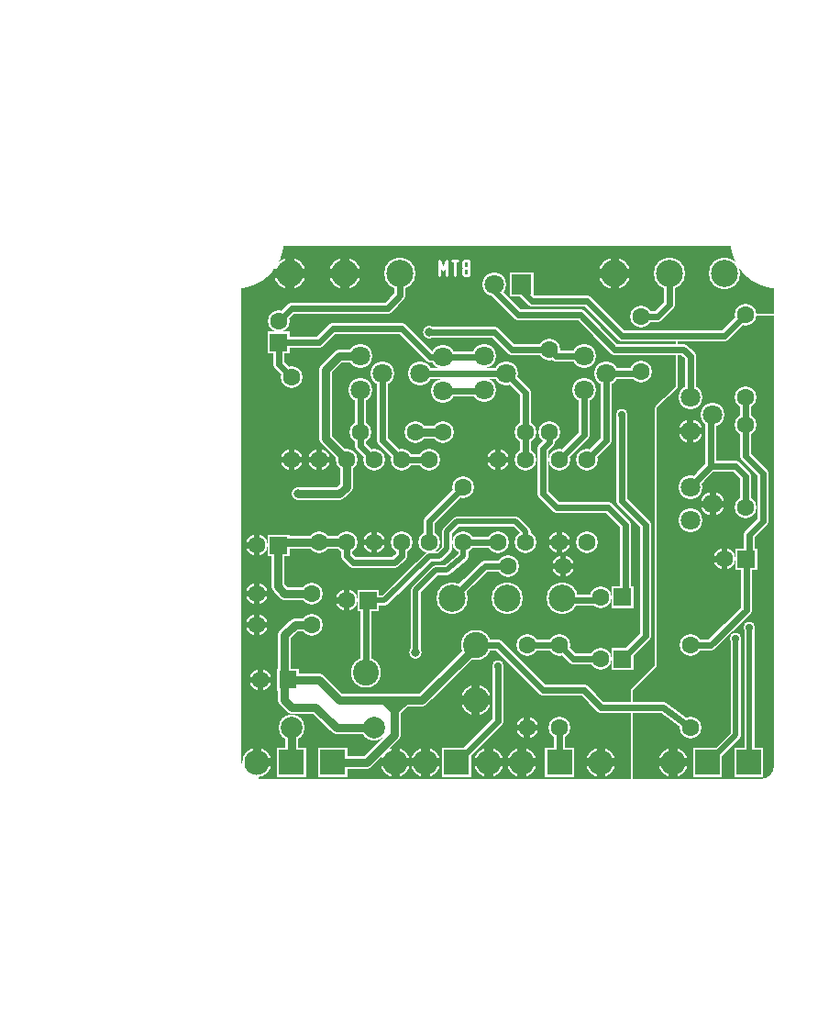
<source format=gbl>
%FSLAX34Y34*%
%MOMM*%
%LNCOPPER_BOTTOM*%
G71*
G01*
%ADD10C, 2.700*%
%ADD11C, 2.000*%
%ADD12C, 0.800*%
%ADD13C, 0.238*%
%ADD14C, 0.150*%
%ADD15C, 0.600*%
%ADD16C, 2.900*%
%ADD17C, 2.200*%
%ADD18C, 2.400*%
%ADD19C, 1.200*%
%ADD20C, 1.000*%
%ADD21C, 1.200*%
%ADD22C, 2.800*%
%ADD23C, 1.100*%
%ADD24C, 0.900*%
%ADD25C, 0.200*%
%ADD26C, 0.767*%
%ADD27C, 0.533*%
%ADD28C, 0.833*%
%ADD29C, 2.300*%
%ADD30C, 1.600*%
%ADD31C, 2.500*%
%ADD32C, 1.800*%
%ADD33C, 2.000*%
%ADD34C, 0.800*%
%ADD35C, 2.400*%
%ADD36C, 0.700*%
%ADD37C, 0.500*%
%LPD*%
G36*
X-200000Y700000D02*
X529000Y700000D01*
X529000Y-200000D01*
X-200000Y-200000D01*
X-200000Y700000D01*
G37*
%LPC*%
X19050Y19050D02*
G54D10*
D03*
G36*
X37300Y32550D02*
X64300Y32550D01*
X64300Y5550D01*
X37300Y5550D01*
X37300Y32550D01*
G37*
X174625Y19050D02*
G54D10*
D03*
G36*
X189700Y32550D02*
X216700Y32550D01*
X216700Y5550D01*
X189700Y5550D01*
X189700Y32550D01*
G37*
X22225Y95250D02*
G54D11*
D03*
G36*
X37625Y105250D02*
X57625Y105250D01*
X57625Y85250D01*
X37625Y85250D01*
X37625Y105250D01*
G37*
G36*
X284950Y32550D02*
X311950Y32550D01*
X311950Y5550D01*
X284950Y5550D01*
X284950Y32550D01*
G37*
X19050Y146050D02*
G54D11*
D03*
X69850Y146050D02*
G54D11*
D03*
G36*
X459575Y32550D02*
X486575Y32550D01*
X486575Y5550D01*
X459575Y5550D01*
X459575Y32550D01*
G37*
X19050Y219075D02*
G54D11*
D03*
G36*
X29050Y229074D02*
X49050Y229074D01*
X49050Y209074D01*
X29050Y209074D01*
X29050Y229074D01*
G37*
G54D12*
X40000Y500000D02*
X460000Y500000D01*
G54D12*
G75*
G01X460000Y500000D02*
G03X500000Y460000I40000J0D01*
G01*
G54D12*
G75*
G01X485000Y0D02*
G03X500000Y15000I0J15000D01*
G01*
G54D12*
X0Y460000D02*
X0Y15000D01*
G54D12*
G75*
G01X0Y15000D02*
G03X15000Y0I15000J0D01*
G01*
G54D12*
X485000Y0D02*
X15000Y0D01*
G54D12*
G75*
G01X0Y460000D02*
G03X40000Y500000I0J40000D01*
G01*
G54D12*
X500000Y15000D02*
X500000Y460000D01*
G54D13*
X214388Y468372D02*
X214388Y481706D01*
X211055Y481706D01*
X209721Y480872D01*
X209055Y479206D01*
X209055Y477539D01*
X209721Y475872D01*
X211055Y475039D01*
X209721Y474206D01*
X209055Y472539D01*
X209055Y470872D01*
X209721Y469206D01*
X211055Y468372D01*
X214388Y468372D01*
G54D13*
X214388Y475039D02*
X211055Y475039D01*
G54D13*
X201721Y468372D02*
X201721Y481706D01*
G54D13*
X204388Y481706D02*
X199055Y481706D01*
G54D13*
X194388Y468372D02*
X194388Y481706D01*
X191055Y473372D01*
X187721Y481706D01*
X187721Y468372D01*
G36*
X17500Y17500D02*
X2500Y17500D01*
X0Y15000D01*
X15000Y0D01*
X20000Y0D01*
X20000Y15000D01*
X17500Y17500D01*
G37*
G54D14*
X17500Y17500D02*
X2500Y17500D01*
X0Y15000D01*
X15000Y0D01*
X20000Y0D01*
X20000Y15000D01*
X17500Y17500D01*
G36*
X75400Y32550D02*
X102400Y32550D01*
X102400Y5550D01*
X75400Y5550D01*
X75400Y32550D01*
G37*
G36*
X0Y-200000D02*
X-200000Y-200000D01*
X-200000Y700000D01*
X0Y700000D01*
X0Y-200000D01*
G37*
G54D15*
X0Y-200000D02*
X-200000Y-200000D01*
X-200000Y700000D01*
X0Y700000D01*
X0Y-200000D01*
G36*
X-200000Y700000D02*
X700000Y700000D01*
X700000Y502500D01*
X-200000Y502500D01*
X-200000Y700000D01*
G37*
G54D15*
X-200000Y700000D02*
X700000Y700000D01*
X700000Y502500D01*
X-200000Y502500D01*
X-200000Y700000D01*
G36*
X700000Y700000D02*
X700000Y-202500D01*
X500000Y-200000D01*
X500000Y697500D01*
X700000Y700000D01*
G37*
G54D15*
X700000Y700000D02*
X700000Y-202500D01*
X500000Y-200000D01*
X500000Y697500D01*
X700000Y700000D01*
G36*
X677500Y0D02*
X-200000Y0D01*
X-200000Y-200000D01*
X677500Y-200000D01*
X677500Y0D01*
G37*
G54D15*
X677500Y0D02*
X-200000Y0D01*
X-200000Y-200000D01*
X677500Y-200000D01*
X677500Y0D01*
G36*
X37500Y507500D02*
X37500Y485000D01*
X15000Y465000D01*
X-2500Y460000D01*
X-5000Y462500D01*
X-5000Y505000D01*
X37500Y507500D01*
G37*
G54D15*
X37500Y507500D02*
X37500Y485000D01*
X15000Y465000D01*
X-2500Y460000D01*
X-5000Y462500D01*
X-5000Y505000D01*
X37500Y507500D01*
G36*
X465000Y500000D02*
X465000Y485000D01*
X485000Y465000D01*
X502500Y465000D01*
X502500Y497500D01*
X495000Y505000D01*
X465000Y500000D01*
G37*
G54D15*
X465000Y500000D02*
X465000Y485000D01*
X485000Y465000D01*
X502500Y465000D01*
X502500Y497500D01*
X495000Y505000D01*
X465000Y500000D01*
X451000Y470000D02*
G54D16*
D03*
X400200Y470000D02*
G54D16*
D03*
X349400Y470000D02*
G54D16*
D03*
X150962Y470000D02*
G54D16*
D03*
X100162Y470000D02*
G54D16*
D03*
X49362Y470000D02*
G54D16*
D03*
X301000Y169962D02*
G54D16*
D03*
X250200Y169963D02*
G54D16*
D03*
X199400Y169962D02*
G54D16*
D03*
X190500Y361950D02*
G54D17*
D03*
X190500Y392906D02*
G54D17*
D03*
X169862Y377825D02*
G54D17*
D03*
X127000Y50800D02*
G54D18*
D03*
X50800Y50800D02*
G54D18*
D03*
G54D19*
X50800Y50800D02*
X50800Y19050D01*
G54D19*
X44450Y95250D02*
X44450Y136525D01*
X53975Y146050D01*
X69850Y146050D01*
G54D19*
X44450Y95250D02*
X76200Y95250D01*
X95250Y76200D01*
X146050Y76200D01*
X146050Y44450D01*
X120650Y19050D01*
X89925Y19050D01*
X88375Y17500D01*
X147002Y19050D02*
G54D10*
D03*
X190500Y323850D02*
G54D11*
D03*
X266700Y323850D02*
G54D11*
D03*
X19050Y174625D02*
G54D11*
D03*
X69850Y174625D02*
G54D11*
D03*
G54D19*
X69850Y174625D02*
X44450Y174625D01*
X38100Y180975D01*
X38100Y218124D01*
X39050Y219074D01*
G54D19*
X127000Y50800D02*
X92075Y50800D01*
X73025Y69850D01*
X50800Y69850D01*
X44450Y76200D01*
X44450Y95250D01*
X228600Y393700D02*
G54D17*
D03*
X228600Y362744D02*
G54D17*
D03*
X249237Y377825D02*
G54D17*
D03*
G54D20*
X190500Y361950D02*
X227806Y361950D01*
X228600Y362744D01*
G54D20*
X169862Y377825D02*
X249237Y377825D01*
G54D20*
X190500Y392906D02*
X227806Y392906D01*
X228600Y393700D01*
X76200Y298450D02*
G54D11*
D03*
X76200Y222250D02*
G54D11*
D03*
X101600Y298450D02*
G54D11*
D03*
X101600Y222250D02*
G54D11*
D03*
X152400Y298450D02*
G54D11*
D03*
X152400Y222250D02*
G54D11*
D03*
X177800Y298450D02*
G54D11*
D03*
X177800Y222250D02*
G54D11*
D03*
X241300Y298450D02*
G54D11*
D03*
X241300Y222250D02*
G54D11*
D03*
X114300Y393700D02*
G54D17*
D03*
X114300Y362744D02*
G54D17*
D03*
X134938Y377825D02*
G54D17*
D03*
X114300Y323850D02*
G54D11*
D03*
X165100Y323850D02*
G54D11*
D03*
G54D19*
X95250Y222250D02*
X69850Y222250D01*
X42226Y222250D01*
X39050Y219074D01*
X127000Y298450D02*
G54D11*
D03*
X127000Y222250D02*
G54D11*
D03*
G54D20*
X152400Y222250D02*
X152400Y209550D01*
X146050Y203200D01*
X107950Y203200D01*
X101600Y209550D01*
X101600Y222250D01*
X57150Y266700D02*
G54D21*
D03*
G54D19*
X101600Y298450D02*
X101600Y273050D01*
X95250Y266700D01*
X57150Y266700D01*
G54D19*
X101600Y298450D02*
X82550Y317500D01*
X82550Y381000D01*
X95250Y393700D01*
X114300Y393700D01*
G54D20*
X114300Y362744D02*
X114300Y323850D01*
X114300Y311150D01*
X127000Y298450D01*
G54D20*
X134938Y377825D02*
X134938Y315912D01*
X152400Y298450D01*
G54D20*
X152400Y298450D02*
X177800Y298450D01*
X50800Y374650D02*
G54D11*
D03*
X50800Y298450D02*
G54D11*
D03*
X39050Y426400D02*
G54D11*
D03*
G36*
X49050Y416400D02*
X49050Y396400D01*
X29050Y396400D01*
X29050Y416400D01*
X49050Y416400D01*
G37*
G54D20*
X39050Y409574D02*
X39050Y386400D01*
X50800Y374650D01*
G54D20*
X190500Y392906D02*
X178594Y392906D01*
X152400Y419100D01*
X88900Y419100D01*
X76200Y406400D01*
G54D20*
X76200Y406400D02*
X39050Y406400D01*
G54D19*
X190500Y323850D02*
X165100Y323850D01*
G54D20*
X266700Y323850D02*
X266700Y360362D01*
X249237Y377825D01*
X220819Y76446D02*
G54D22*
D03*
X220819Y127246D02*
G54D22*
D03*
X119219Y101846D02*
G54D22*
D03*
G54D19*
X220819Y127246D02*
X220819Y125569D01*
X171450Y76200D01*
X146050Y76200D01*
X266700Y298450D02*
G54D11*
D03*
X266700Y222250D02*
G54D11*
D03*
G54D20*
X266700Y323850D02*
X266700Y298450D01*
X101600Y168275D02*
G54D11*
D03*
G36*
X111600Y178274D02*
X131600Y178274D01*
X131600Y158274D01*
X111600Y158274D01*
X111600Y178274D01*
G37*
G54D20*
X119219Y101846D02*
X119219Y165894D01*
X121600Y168274D01*
X209550Y273050D02*
G54D11*
D03*
X209550Y222250D02*
G54D11*
D03*
X320675Y393700D02*
G54D17*
D03*
X320675Y362744D02*
G54D17*
D03*
X341312Y377825D02*
G54D17*
D03*
G54D20*
X209550Y273050D02*
X209550Y273050D01*
X177800Y241300D01*
X177800Y222250D01*
G54D20*
X241300Y222250D02*
X209550Y222250D01*
X165100Y120650D02*
G54D21*
D03*
X241300Y107950D02*
G54D23*
D03*
G54D24*
X209550Y222250D02*
X209550Y209550D01*
X193675Y196850D01*
X184150Y196850D01*
X165100Y177800D01*
X165100Y120650D01*
G54D24*
X266700Y222250D02*
X266700Y231850D01*
X257200Y241350D01*
X203250Y241350D01*
X193675Y231775D01*
X193675Y215900D01*
X187325Y209550D01*
X177800Y209550D01*
X136525Y168275D01*
X121600Y168274D01*
X288856Y399970D02*
G54D11*
D03*
X288856Y323770D02*
G54D11*
D03*
G54D20*
X320675Y393700D02*
X295126Y393700D01*
X288856Y399970D01*
X336550Y171450D02*
G54D11*
D03*
G36*
X346550Y181450D02*
X366550Y181450D01*
X366550Y161450D01*
X346550Y161450D01*
X346550Y181450D01*
G37*
X250825Y200025D02*
G54D11*
D03*
X301625Y200025D02*
G54D11*
D03*
X177800Y415925D02*
G54D21*
D03*
G54D20*
X177800Y415925D02*
X238125Y415925D01*
X254000Y400050D01*
X288776Y400050D01*
X288856Y399970D01*
X298450Y298450D02*
G54D11*
D03*
X298450Y222250D02*
G54D11*
D03*
X323850Y298450D02*
G54D11*
D03*
X323850Y222250D02*
G54D11*
D03*
G54D20*
X320675Y362744D02*
X320675Y320675D01*
X298450Y298450D01*
G54D20*
X250825Y200025D02*
X229462Y200025D01*
X199400Y169962D01*
G54D20*
X339725Y168275D02*
X302687Y168275D01*
X301000Y169962D01*
G54D20*
X288856Y323770D02*
X288856Y314256D01*
X282575Y307975D01*
X282575Y266700D01*
X295275Y254000D01*
X342900Y254000D01*
X358775Y238125D01*
X358775Y169225D01*
G54D20*
X341312Y377825D02*
X341312Y315912D01*
X323850Y298450D01*
G54D20*
X241300Y107950D02*
X241300Y57150D01*
X203200Y19050D01*
X373504Y430396D02*
G54D11*
D03*
X373504Y379596D02*
G54D11*
D03*
G54D20*
X341312Y377825D02*
X371732Y377825D01*
X373504Y379596D01*
G54D20*
X373504Y430396D02*
X389121Y430396D01*
X400050Y441325D01*
X400050Y469850D01*
X400200Y470000D01*
X336550Y114300D02*
G54D11*
D03*
G36*
X346550Y124300D02*
X366550Y124300D01*
X366550Y104300D01*
X346550Y104300D01*
X346550Y124300D01*
G37*
X355600Y339725D02*
G54D23*
D03*
X268288Y127000D02*
G54D11*
D03*
X268288Y50800D02*
G54D11*
D03*
X298450Y127000D02*
G54D11*
D03*
X298450Y50800D02*
G54D11*
D03*
G54D20*
X336550Y114300D02*
X311150Y114300D01*
X298450Y127000D01*
X268288Y127000D01*
G54D20*
X298450Y50800D02*
X298450Y19050D01*
X233045Y19050D02*
G54D10*
D03*
X263525Y19050D02*
G54D10*
D03*
X237778Y460000D02*
G54D17*
D03*
G36*
X274178Y449000D02*
X252178Y449000D01*
X252178Y471000D01*
X274178Y471000D01*
X274178Y449000D01*
G37*
G54D20*
X222250Y127000D02*
X241300Y127000D01*
X282575Y85725D01*
X320675Y85725D01*
X336550Y69850D01*
X393700Y69850D01*
X419100Y50800D01*
X419100Y355600D02*
G54D17*
D03*
X419100Y324644D02*
G54D17*
D03*
X439738Y339725D02*
G54D17*
D03*
G54D20*
X263178Y460000D02*
X263178Y454372D01*
X273050Y444500D01*
X323850Y444500D01*
X355600Y412750D01*
G54D20*
X237778Y460000D02*
X237778Y454372D01*
X260350Y431800D01*
X317500Y431800D01*
X349250Y400050D01*
X412750Y400050D01*
X419100Y393700D01*
G54D20*
X355600Y412750D02*
X450850Y412750D01*
X469900Y330200D02*
G54D11*
D03*
X469900Y254000D02*
G54D11*
D03*
X419100Y273050D02*
G54D17*
D03*
X419100Y242094D02*
G54D17*
D03*
X439738Y257175D02*
G54D17*
D03*
X469900Y431800D02*
G54D11*
D03*
X469900Y355600D02*
G54D11*
D03*
G54D20*
X469900Y431800D02*
X450850Y412750D01*
G54D20*
X419100Y393700D02*
X419100Y355600D01*
G54D20*
X469900Y355600D02*
X469900Y330200D01*
G54D20*
X355600Y339725D02*
X355600Y260350D01*
X377825Y238125D01*
X377825Y135575D01*
X356550Y114300D01*
X450850Y206375D02*
G54D11*
D03*
G36*
X460850Y216375D02*
X480850Y216375D01*
X480850Y196375D01*
X460850Y196375D01*
X460850Y216375D01*
G37*
X419100Y127000D02*
G54D11*
D03*
X419100Y50800D02*
G54D11*
D03*
G54D20*
X469900Y330200D02*
X469900Y301625D01*
X485775Y285750D01*
X485775Y241300D01*
X473075Y228600D01*
X473075Y208600D01*
X470850Y206375D01*
X473075Y142875D02*
G54D23*
D03*
G54D20*
X470850Y206375D02*
X470850Y159700D01*
X438150Y127000D01*
X419100Y127000D01*
X460375Y133350D02*
G54D23*
D03*
G36*
X421475Y32550D02*
X448475Y32550D01*
X448475Y5550D01*
X421475Y5550D01*
X421475Y32550D01*
G37*
X403225Y19050D02*
G54D10*
D03*
G54D24*
X473075Y142875D02*
X473075Y19050D01*
G54D24*
X460375Y133350D02*
X460375Y44450D01*
X434975Y19050D01*
G54D25*
X469900Y431800D02*
X498475Y431800D01*
G54D25*
X406400Y412750D02*
X406400Y400050D01*
G54D25*
X406400Y400050D02*
X406400Y365125D01*
X387350Y346075D01*
X387350Y107950D01*
X365125Y85725D01*
X365125Y3175D01*
G54D20*
X469900Y254000D02*
X469900Y282575D01*
X460375Y292100D01*
X438150Y292100D01*
X419100Y273050D01*
G54D20*
X438150Y292100D02*
X438150Y338138D01*
X439738Y339725D01*
X336550Y19050D02*
G54D10*
D03*
G54D19*
X136525Y76200D02*
X146050Y66675D01*
X155575Y76200D01*
G36*
X47625Y95250D02*
X47625Y73050D01*
X69826Y73050D01*
X92075Y50800D01*
X130175Y50800D01*
X142875Y38100D01*
X142875Y73025D01*
X146050Y76200D01*
X95250Y76200D01*
X76200Y95250D01*
X47625Y95250D01*
G37*
G54D14*
X47625Y95250D02*
X47625Y73050D01*
X69826Y73050D01*
X92075Y50800D01*
X130175Y50800D01*
X142875Y38100D01*
X142875Y73025D01*
X146050Y76200D01*
X95250Y76200D01*
X76200Y95250D01*
X47625Y95250D01*
G36*
X190500Y392906D02*
X228600Y393700D01*
X228600Y362744D01*
X190500Y362744D01*
X190500Y392906D01*
G37*
G54D14*
X190500Y392906D02*
X228600Y393700D01*
X228600Y362744D01*
X190500Y362744D01*
X190500Y392906D01*
G36*
X190500Y392906D02*
X222250Y392906D01*
X222250Y381000D01*
X190500Y381000D01*
X190500Y392906D01*
G37*
G54D14*
X190500Y392906D02*
X222250Y392906D01*
X222250Y381000D01*
X190500Y381000D01*
X190500Y392906D01*
G54D20*
G75*
G01X152400Y470000D02*
G03X152400Y470000I-1438J0D01*
G01*
G54D20*
X150962Y470000D02*
X150962Y449412D01*
X139700Y438150D01*
X50801Y438150D01*
X39050Y426400D01*
%LPD*%
G54D26*
G36*
X15217Y19050D02*
X15217Y33050D01*
X22883Y33050D01*
X22883Y19050D01*
X15217Y19050D01*
G37*
G36*
X19050Y22883D02*
X33050Y22883D01*
X33050Y15217D01*
X19050Y15217D01*
X19050Y22883D01*
G37*
G54D26*
G36*
X170792Y19050D02*
X170792Y33050D01*
X178458Y33050D01*
X178458Y19050D01*
X170792Y19050D01*
G37*
G36*
X174625Y22883D02*
X188625Y22883D01*
X188625Y15217D01*
X174625Y15217D01*
X174625Y22883D01*
G37*
G36*
X178458Y19050D02*
X178458Y5050D01*
X170792Y5050D01*
X170792Y19050D01*
X178458Y19050D01*
G37*
G36*
X174625Y15217D02*
X160625Y15217D01*
X160625Y22883D01*
X174625Y22883D01*
X174625Y15217D01*
G37*
G54D27*
G36*
X19558Y95250D02*
X19558Y105750D01*
X24892Y105750D01*
X24892Y95250D01*
X19558Y95250D01*
G37*
G36*
X22225Y97917D02*
X32725Y97917D01*
X32725Y92583D01*
X22225Y92583D01*
X22225Y97917D01*
G37*
G36*
X24892Y95250D02*
X24892Y84750D01*
X19558Y84750D01*
X19558Y95250D01*
X24892Y95250D01*
G37*
G36*
X22225Y92583D02*
X11725Y92583D01*
X11725Y97917D01*
X22225Y97917D01*
X22225Y92583D01*
G37*
G54D27*
G36*
X16383Y146050D02*
X16383Y156550D01*
X21717Y156550D01*
X21717Y146050D01*
X16383Y146050D01*
G37*
G36*
X19050Y148717D02*
X29550Y148717D01*
X29550Y143383D01*
X19050Y143383D01*
X19050Y148717D01*
G37*
G36*
X21717Y146050D02*
X21717Y135550D01*
X16383Y135550D01*
X16383Y146050D01*
X21717Y146050D01*
G37*
G36*
X19050Y143383D02*
X8550Y143383D01*
X8550Y148717D01*
X19050Y148717D01*
X19050Y143383D01*
G37*
G54D27*
G36*
X16383Y219075D02*
X16383Y229575D01*
X21717Y229575D01*
X21717Y219075D01*
X16383Y219075D01*
G37*
G36*
X21717Y219075D02*
X21717Y208575D01*
X16383Y208575D01*
X16383Y219075D01*
X21717Y219075D01*
G37*
G36*
X19050Y216408D02*
X8550Y216408D01*
X8550Y221742D01*
X19050Y221742D01*
X19050Y216408D01*
G37*
G54D28*
G36*
X353567Y470000D02*
X353567Y455000D01*
X345233Y455000D01*
X345233Y470000D01*
X353567Y470000D01*
G37*
G36*
X349400Y465833D02*
X334400Y465833D01*
X334400Y474167D01*
X349400Y474167D01*
X349400Y465833D01*
G37*
G36*
X345233Y470000D02*
X345233Y485000D01*
X353567Y485000D01*
X353567Y470000D01*
X345233Y470000D01*
G37*
G36*
X349400Y474167D02*
X364400Y474167D01*
X364400Y465833D01*
X349400Y465833D01*
X349400Y474167D01*
G37*
G54D28*
G36*
X104329Y470000D02*
X104329Y455000D01*
X95995Y455000D01*
X95995Y470000D01*
X104329Y470000D01*
G37*
G36*
X100162Y465833D02*
X85162Y465833D01*
X85162Y474167D01*
X100162Y474167D01*
X100162Y465833D01*
G37*
G36*
X95995Y470000D02*
X95995Y485000D01*
X104329Y485000D01*
X104329Y470000D01*
X95995Y470000D01*
G37*
G36*
X100162Y474167D02*
X115162Y474167D01*
X115162Y465833D01*
X100162Y465833D01*
X100162Y474167D01*
G37*
G54D28*
G36*
X53529Y470000D02*
X53529Y455000D01*
X45195Y455000D01*
X45195Y470000D01*
X53529Y470000D01*
G37*
G36*
X49362Y465833D02*
X34362Y465833D01*
X34362Y474167D01*
X49362Y474167D01*
X49362Y465833D01*
G37*
G36*
X45195Y470000D02*
X45195Y485000D01*
X53529Y485000D01*
X53529Y470000D01*
X45195Y470000D01*
G37*
G36*
X49362Y474167D02*
X64362Y474167D01*
X64362Y465833D01*
X49362Y465833D01*
X49362Y474167D01*
G37*
G54D26*
G36*
X143169Y19050D02*
X143169Y33050D01*
X150836Y33050D01*
X150836Y19050D01*
X143169Y19050D01*
G37*
G36*
X147002Y22883D02*
X161002Y22883D01*
X161002Y15217D01*
X147002Y15217D01*
X147002Y22883D01*
G37*
G36*
X150836Y19050D02*
X150836Y5050D01*
X143169Y5050D01*
X143169Y19050D01*
X150836Y19050D01*
G37*
G36*
X147002Y15217D02*
X133002Y15217D01*
X133002Y22883D01*
X147002Y22883D01*
X147002Y15217D01*
G37*
G54D27*
G36*
X16383Y174625D02*
X16383Y185125D01*
X21717Y185125D01*
X21717Y174625D01*
X16383Y174625D01*
G37*
G36*
X19050Y177292D02*
X29550Y177292D01*
X29550Y171958D01*
X19050Y171958D01*
X19050Y177292D01*
G37*
G36*
X21717Y174625D02*
X21717Y164125D01*
X16383Y164125D01*
X16383Y174625D01*
X21717Y174625D01*
G37*
G36*
X19050Y171958D02*
X8550Y171958D01*
X8550Y177292D01*
X19050Y177292D01*
X19050Y171958D01*
G37*
G54D27*
G36*
X76200Y301117D02*
X86700Y301117D01*
X86700Y295783D01*
X76200Y295783D01*
X76200Y301117D01*
G37*
G36*
X78867Y298450D02*
X78867Y287950D01*
X73533Y287950D01*
X73533Y298450D01*
X78867Y298450D01*
G37*
G36*
X76200Y295783D02*
X65700Y295783D01*
X65700Y301117D01*
X76200Y301117D01*
X76200Y295783D01*
G37*
G36*
X73533Y298450D02*
X73533Y308950D01*
X78867Y308950D01*
X78867Y298450D01*
X73533Y298450D01*
G37*
G54D27*
G36*
X241300Y301117D02*
X251800Y301117D01*
X251800Y295783D01*
X241300Y295783D01*
X241300Y301117D01*
G37*
G36*
X243967Y298450D02*
X243967Y287950D01*
X238633Y287950D01*
X238633Y298450D01*
X243967Y298450D01*
G37*
G36*
X241300Y295783D02*
X230800Y295783D01*
X230800Y301117D01*
X241300Y301117D01*
X241300Y295783D01*
G37*
G36*
X238633Y298450D02*
X238633Y308950D01*
X243967Y308950D01*
X243967Y298450D01*
X238633Y298450D01*
G37*
G54D27*
G36*
X127000Y224917D02*
X137500Y224917D01*
X137500Y219583D01*
X127000Y219583D01*
X127000Y224917D01*
G37*
G36*
X129667Y222250D02*
X129667Y211750D01*
X124333Y211750D01*
X124333Y222250D01*
X129667Y222250D01*
G37*
G36*
X127000Y219583D02*
X116500Y219583D01*
X116500Y224917D01*
X127000Y224917D01*
X127000Y219583D01*
G37*
G36*
X124333Y222250D02*
X124333Y232750D01*
X129667Y232750D01*
X129667Y222250D01*
X124333Y222250D01*
G37*
G54D27*
G36*
X50800Y301117D02*
X61300Y301117D01*
X61300Y295783D01*
X50800Y295783D01*
X50800Y301117D01*
G37*
G36*
X53467Y298450D02*
X53467Y287950D01*
X48133Y287950D01*
X48133Y298450D01*
X53467Y298450D01*
G37*
G36*
X50800Y295783D02*
X40300Y295783D01*
X40300Y301117D01*
X50800Y301117D01*
X50800Y295783D01*
G37*
G36*
X48133Y298450D02*
X48133Y308950D01*
X53467Y308950D01*
X53467Y298450D01*
X48133Y298450D01*
G37*
G54D12*
G36*
X220819Y72446D02*
X206319Y72446D01*
X206319Y80446D01*
X220819Y80446D01*
X220819Y72446D01*
G37*
G36*
X216819Y76446D02*
X216819Y90946D01*
X224819Y90946D01*
X224819Y76446D01*
X216819Y76446D01*
G37*
G36*
X220819Y80446D02*
X235319Y80446D01*
X235319Y72446D01*
X220819Y72446D01*
X220819Y80446D01*
G37*
G36*
X224819Y76446D02*
X224819Y61946D01*
X216819Y61946D01*
X216819Y76446D01*
X224819Y76446D01*
G37*
G54D27*
G36*
X98933Y168275D02*
X98933Y178775D01*
X104267Y178775D01*
X104267Y168275D01*
X98933Y168275D01*
G37*
G36*
X104267Y168275D02*
X104267Y157775D01*
X98933Y157775D01*
X98933Y168275D01*
X104267Y168275D01*
G37*
G36*
X101600Y165608D02*
X91100Y165608D01*
X91100Y170942D01*
X101600Y170942D01*
X101600Y165608D01*
G37*
G54D27*
G36*
X298958Y200025D02*
X298958Y210525D01*
X304292Y210525D01*
X304292Y200025D01*
X298958Y200025D01*
G37*
G36*
X301625Y202692D02*
X312125Y202692D01*
X312125Y197358D01*
X301625Y197358D01*
X301625Y202692D01*
G37*
G36*
X304292Y200025D02*
X304292Y189525D01*
X298958Y189525D01*
X298958Y200025D01*
X304292Y200025D01*
G37*
G36*
X301625Y197358D02*
X291125Y197358D01*
X291125Y202692D01*
X301625Y202692D01*
X301625Y197358D01*
G37*
G54D27*
G36*
X298450Y224917D02*
X308950Y224917D01*
X308950Y219583D01*
X298450Y219583D01*
X298450Y224917D01*
G37*
G36*
X301117Y222250D02*
X301117Y211750D01*
X295783Y211750D01*
X295783Y222250D01*
X301117Y222250D01*
G37*
G36*
X298450Y219583D02*
X287950Y219583D01*
X287950Y224917D01*
X298450Y224917D01*
X298450Y219583D01*
G37*
G36*
X295783Y222250D02*
X295783Y232750D01*
X301117Y232750D01*
X301117Y222250D01*
X295783Y222250D01*
G37*
G54D27*
G36*
X268288Y53467D02*
X278788Y53467D01*
X278788Y48133D01*
X268288Y48133D01*
X268288Y53467D01*
G37*
G36*
X270955Y50800D02*
X270955Y40300D01*
X265621Y40300D01*
X265621Y50800D01*
X270955Y50800D01*
G37*
G36*
X268288Y48133D02*
X257788Y48133D01*
X257788Y53467D01*
X268288Y53467D01*
X268288Y48133D01*
G37*
G36*
X265621Y50800D02*
X265621Y61300D01*
X270955Y61300D01*
X270955Y50800D01*
X265621Y50800D01*
G37*
G54D26*
G36*
X229212Y19050D02*
X229212Y33050D01*
X236878Y33050D01*
X236878Y19050D01*
X229212Y19050D01*
G37*
G36*
X233045Y22883D02*
X247045Y22883D01*
X247045Y15217D01*
X233045Y15217D01*
X233045Y22883D01*
G37*
G36*
X236878Y19050D02*
X236878Y5050D01*
X229212Y5050D01*
X229212Y19050D01*
X236878Y19050D01*
G37*
G36*
X233045Y15217D02*
X219045Y15217D01*
X219045Y22883D01*
X233045Y22883D01*
X233045Y15217D01*
G37*
G54D26*
G36*
X259692Y19050D02*
X259692Y33050D01*
X267358Y33050D01*
X267358Y19050D01*
X259692Y19050D01*
G37*
G36*
X263525Y22883D02*
X277525Y22883D01*
X277525Y15217D01*
X263525Y15217D01*
X263525Y22883D01*
G37*
G36*
X267358Y19050D02*
X267358Y5050D01*
X259692Y5050D01*
X259692Y19050D01*
X267358Y19050D01*
G37*
G36*
X263525Y15217D02*
X249525Y15217D01*
X249525Y22883D01*
X263525Y22883D01*
X263525Y15217D01*
G37*
G54D15*
G36*
X419100Y327644D02*
X430600Y327644D01*
X430600Y321644D01*
X419100Y321644D01*
X419100Y327644D01*
G37*
G36*
X422100Y324644D02*
X422100Y313144D01*
X416100Y313144D01*
X416100Y324644D01*
X422100Y324644D01*
G37*
G36*
X419100Y321644D02*
X407600Y321644D01*
X407600Y327644D01*
X419100Y327644D01*
X419100Y321644D01*
G37*
G36*
X416100Y324644D02*
X416100Y336144D01*
X422100Y336144D01*
X422100Y324644D01*
X416100Y324644D01*
G37*
G54D15*
G36*
X439738Y260175D02*
X451238Y260175D01*
X451238Y254175D01*
X439738Y254175D01*
X439738Y260175D01*
G37*
G36*
X442738Y257175D02*
X442738Y245675D01*
X436738Y245675D01*
X436738Y257175D01*
X442738Y257175D01*
G37*
G36*
X439738Y254175D02*
X428238Y254175D01*
X428238Y260175D01*
X439738Y260175D01*
X439738Y254175D01*
G37*
G36*
X436738Y257175D02*
X436738Y268675D01*
X442738Y268675D01*
X442738Y257175D01*
X436738Y257175D01*
G37*
G54D27*
G36*
X448183Y206375D02*
X448183Y216875D01*
X453517Y216875D01*
X453517Y206375D01*
X448183Y206375D01*
G37*
G36*
X453517Y206375D02*
X453517Y195875D01*
X448183Y195875D01*
X448183Y206375D01*
X453517Y206375D01*
G37*
G36*
X450850Y203708D02*
X440350Y203708D01*
X440350Y209042D01*
X450850Y209042D01*
X450850Y203708D01*
G37*
G54D26*
G36*
X399392Y19050D02*
X399392Y33050D01*
X407058Y33050D01*
X407058Y19050D01*
X399392Y19050D01*
G37*
G36*
X403225Y22883D02*
X417225Y22883D01*
X417225Y15217D01*
X403225Y15217D01*
X403225Y22883D01*
G37*
G36*
X407058Y19050D02*
X407058Y5050D01*
X399392Y5050D01*
X399392Y19050D01*
X407058Y19050D01*
G37*
G36*
X403225Y15217D02*
X389225Y15217D01*
X389225Y22883D01*
X403225Y22883D01*
X403225Y15217D01*
G37*
G54D26*
G36*
X332717Y19050D02*
X332717Y33050D01*
X340383Y33050D01*
X340383Y19050D01*
X332717Y19050D01*
G37*
G36*
X336550Y22883D02*
X350550Y22883D01*
X350550Y15217D01*
X336550Y15217D01*
X336550Y22883D01*
G37*
G36*
X340383Y19050D02*
X340383Y5050D01*
X332717Y5050D01*
X332717Y19050D01*
X340383Y19050D01*
G37*
G36*
X336550Y15217D02*
X322550Y15217D01*
X322550Y22883D01*
X336550Y22883D01*
X336550Y15217D01*
G37*
X19050Y19050D02*
G54D29*
D03*
G36*
X39300Y30550D02*
X62300Y30550D01*
X62300Y7550D01*
X39300Y7550D01*
X39300Y30550D01*
G37*
X174625Y19050D02*
G54D29*
D03*
G36*
X191700Y30550D02*
X214700Y30550D01*
X214700Y7550D01*
X191700Y7550D01*
X191700Y30550D01*
G37*
X22225Y95250D02*
G54D30*
D03*
G36*
X39625Y103250D02*
X55625Y103250D01*
X55625Y87250D01*
X39625Y87250D01*
X39625Y103250D01*
G37*
G36*
X286950Y30550D02*
X309950Y30550D01*
X309950Y7550D01*
X286950Y7550D01*
X286950Y30550D01*
G37*
X19050Y146050D02*
G54D30*
D03*
X69850Y146050D02*
G54D30*
D03*
G36*
X461575Y30550D02*
X484575Y30550D01*
X484575Y7550D01*
X461575Y7550D01*
X461575Y30550D01*
G37*
X19050Y219075D02*
G54D30*
D03*
G36*
X31050Y227074D02*
X47050Y227074D01*
X47050Y211074D01*
X31050Y211074D01*
X31050Y227074D01*
G37*
G36*
X77400Y30550D02*
X100400Y30550D01*
X100400Y7550D01*
X77400Y7550D01*
X77400Y30550D01*
G37*
X451000Y470000D02*
G54D31*
D03*
X400200Y470000D02*
G54D31*
D03*
X349400Y470000D02*
G54D31*
D03*
X150962Y470000D02*
G54D31*
D03*
X100162Y470000D02*
G54D31*
D03*
X49362Y470000D02*
G54D31*
D03*
X301000Y169962D02*
G54D31*
D03*
X250200Y169963D02*
G54D31*
D03*
X199400Y169962D02*
G54D31*
D03*
X190500Y361950D02*
G54D32*
D03*
X190500Y392906D02*
G54D32*
D03*
X169862Y377825D02*
G54D32*
D03*
X127000Y50800D02*
G54D33*
D03*
X50800Y50800D02*
G54D33*
D03*
G54D12*
X50800Y50800D02*
X50800Y19050D01*
G54D12*
X44450Y95250D02*
X44450Y136525D01*
X53975Y146050D01*
X69850Y146050D01*
G54D12*
X44450Y95250D02*
X76200Y95250D01*
X95250Y76200D01*
X146050Y76200D01*
X146050Y44450D01*
X120650Y19050D01*
X89925Y19050D01*
X88375Y17500D01*
X147002Y19050D02*
G54D29*
D03*
X190500Y323850D02*
G54D30*
D03*
X266700Y323850D02*
G54D30*
D03*
X19050Y174625D02*
G54D30*
D03*
X69850Y174625D02*
G54D30*
D03*
G54D12*
X69850Y174625D02*
X44450Y174625D01*
X38100Y180975D01*
X38100Y218124D01*
X39050Y219074D01*
G54D12*
X127000Y50800D02*
X92075Y50800D01*
X73025Y69850D01*
X50800Y69850D01*
X44450Y76200D01*
X44450Y95250D01*
X228600Y393700D02*
G54D32*
D03*
X228600Y362744D02*
G54D32*
D03*
X249237Y377825D02*
G54D32*
D03*
G54D15*
X190500Y361950D02*
X227806Y361950D01*
X228600Y362744D01*
G54D15*
X169862Y377825D02*
X249237Y377825D01*
G54D15*
X190500Y392906D02*
X227806Y392906D01*
X228600Y393700D01*
X76200Y298450D02*
G54D30*
D03*
X76200Y222250D02*
G54D30*
D03*
X101600Y298450D02*
G54D30*
D03*
X101600Y222250D02*
G54D30*
D03*
X152400Y298450D02*
G54D30*
D03*
X152400Y222250D02*
G54D30*
D03*
X177800Y298450D02*
G54D30*
D03*
X177800Y222250D02*
G54D30*
D03*
X241300Y298450D02*
G54D30*
D03*
X241300Y222250D02*
G54D30*
D03*
X114300Y393700D02*
G54D32*
D03*
X114300Y362744D02*
G54D32*
D03*
X134938Y377825D02*
G54D32*
D03*
X114300Y323850D02*
G54D30*
D03*
X165100Y323850D02*
G54D30*
D03*
G54D12*
X95250Y222250D02*
X69850Y222250D01*
X42226Y222250D01*
X39050Y219074D01*
X127000Y298450D02*
G54D30*
D03*
X127000Y222250D02*
G54D30*
D03*
G54D15*
X152400Y222250D02*
X152400Y209550D01*
X146050Y203200D01*
X107950Y203200D01*
X101600Y209550D01*
X101600Y222250D01*
X57150Y266700D02*
G54D34*
D03*
G54D12*
X101600Y298450D02*
X101600Y273050D01*
X95250Y266700D01*
X57150Y266700D01*
G54D12*
X101600Y298450D02*
X82550Y317500D01*
X82550Y381000D01*
X95250Y393700D01*
X114300Y393700D01*
G54D15*
X114300Y362744D02*
X114300Y323850D01*
X114300Y311150D01*
X127000Y298450D01*
G54D15*
X134938Y377825D02*
X134938Y315912D01*
X152400Y298450D01*
G54D15*
X152400Y298450D02*
X177800Y298450D01*
X50800Y374650D02*
G54D30*
D03*
X50800Y298450D02*
G54D30*
D03*
X39050Y426400D02*
G54D30*
D03*
G36*
X47050Y414400D02*
X47050Y398400D01*
X31050Y398400D01*
X31050Y414400D01*
X47050Y414400D01*
G37*
G54D15*
X39050Y409574D02*
X39050Y386400D01*
X50800Y374650D01*
G54D15*
X190500Y392906D02*
X178594Y392906D01*
X152400Y419100D01*
X88900Y419100D01*
X76200Y406400D01*
G54D15*
X76200Y406400D02*
X39050Y406400D01*
G54D12*
X190500Y323850D02*
X165100Y323850D01*
G54D15*
X266700Y323850D02*
X266700Y360362D01*
X249237Y377825D01*
X220819Y76446D02*
G54D35*
D03*
X220819Y127246D02*
G54D35*
D03*
X119219Y101846D02*
G54D35*
D03*
G54D12*
X220819Y127246D02*
X220819Y125569D01*
X171450Y76200D01*
X146050Y76200D01*
X266700Y298450D02*
G54D30*
D03*
X266700Y222250D02*
G54D30*
D03*
G54D15*
X266700Y323850D02*
X266700Y298450D01*
X101600Y168275D02*
G54D30*
D03*
G36*
X113600Y176274D02*
X129600Y176274D01*
X129600Y160274D01*
X113600Y160274D01*
X113600Y176274D01*
G37*
G54D15*
X119219Y101846D02*
X119219Y165894D01*
X121600Y168274D01*
X209550Y273050D02*
G54D30*
D03*
X209550Y222250D02*
G54D30*
D03*
X320675Y393700D02*
G54D32*
D03*
X320675Y362744D02*
G54D32*
D03*
X341312Y377825D02*
G54D32*
D03*
G54D15*
X209550Y273050D02*
X209550Y273050D01*
X177800Y241300D01*
X177800Y222250D01*
G54D15*
X241300Y222250D02*
X209550Y222250D01*
X165100Y120650D02*
G54D34*
D03*
X241300Y107950D02*
G54D36*
D03*
G54D37*
X209550Y222250D02*
X209550Y209550D01*
X193675Y196850D01*
X184150Y196850D01*
X165100Y177800D01*
X165100Y120650D01*
G54D37*
X266700Y222250D02*
X266700Y231850D01*
X257200Y241350D01*
X203250Y241350D01*
X193675Y231775D01*
X193675Y215900D01*
X187325Y209550D01*
X177800Y209550D01*
X136525Y168275D01*
X121600Y168274D01*
X288856Y399970D02*
G54D30*
D03*
X288856Y323770D02*
G54D30*
D03*
G54D15*
X320675Y393700D02*
X295126Y393700D01*
X288856Y399970D01*
X336550Y171450D02*
G54D30*
D03*
G36*
X348550Y179450D02*
X364550Y179450D01*
X364550Y163450D01*
X348550Y163450D01*
X348550Y179450D01*
G37*
X250825Y200025D02*
G54D30*
D03*
X301625Y200025D02*
G54D30*
D03*
X177800Y415925D02*
G54D34*
D03*
G54D15*
X177800Y415925D02*
X238125Y415925D01*
X254000Y400050D01*
X288776Y400050D01*
X288856Y399970D01*
X298450Y298450D02*
G54D30*
D03*
X298450Y222250D02*
G54D30*
D03*
X323850Y298450D02*
G54D30*
D03*
X323850Y222250D02*
G54D30*
D03*
G54D15*
X320675Y362744D02*
X320675Y320675D01*
X298450Y298450D01*
G54D15*
X250825Y200025D02*
X229462Y200025D01*
X199400Y169962D01*
G54D15*
X339725Y168275D02*
X302687Y168275D01*
X301000Y169962D01*
G54D15*
X288856Y323770D02*
X288856Y314256D01*
X282575Y307975D01*
X282575Y266700D01*
X295275Y254000D01*
X342900Y254000D01*
X358775Y238125D01*
X358775Y169225D01*
G54D15*
X341312Y377825D02*
X341312Y315912D01*
X323850Y298450D01*
G54D15*
X241300Y107950D02*
X241300Y57150D01*
X203200Y19050D01*
X373504Y430396D02*
G54D30*
D03*
X373504Y379596D02*
G54D30*
D03*
G54D15*
X341312Y377825D02*
X371732Y377825D01*
X373504Y379596D01*
G54D15*
X373504Y430396D02*
X389121Y430396D01*
X400050Y441325D01*
X400050Y469850D01*
X400200Y470000D01*
X336550Y114300D02*
G54D30*
D03*
G36*
X348550Y122300D02*
X364550Y122300D01*
X364550Y106300D01*
X348550Y106300D01*
X348550Y122300D01*
G37*
X355600Y339725D02*
G54D36*
D03*
X268288Y127000D02*
G54D30*
D03*
X268288Y50800D02*
G54D30*
D03*
X298450Y127000D02*
G54D30*
D03*
X298450Y50800D02*
G54D30*
D03*
G54D15*
X336550Y114300D02*
X311150Y114300D01*
X298450Y127000D01*
X268288Y127000D01*
G54D15*
X298450Y50800D02*
X298450Y19050D01*
X233045Y19050D02*
G54D29*
D03*
X263525Y19050D02*
G54D29*
D03*
X237778Y460000D02*
G54D32*
D03*
G36*
X272178Y451000D02*
X254178Y451000D01*
X254178Y469000D01*
X272178Y469000D01*
X272178Y451000D01*
G37*
G54D15*
X222250Y127000D02*
X241300Y127000D01*
X282575Y85725D01*
X320675Y85725D01*
X336550Y69850D01*
X393700Y69850D01*
X419100Y50800D01*
X419100Y355600D02*
G54D32*
D03*
X419100Y324644D02*
G54D32*
D03*
X439738Y339725D02*
G54D32*
D03*
G54D15*
X263178Y460000D02*
X263178Y454372D01*
X273050Y444500D01*
X323850Y444500D01*
X355600Y412750D01*
G54D15*
X237778Y460000D02*
X237778Y454372D01*
X260350Y431800D01*
X317500Y431800D01*
X349250Y400050D01*
X412750Y400050D01*
X419100Y393700D01*
G54D15*
X355600Y412750D02*
X450850Y412750D01*
X469900Y330200D02*
G54D30*
D03*
X469900Y254000D02*
G54D30*
D03*
X419100Y273050D02*
G54D32*
D03*
X419100Y242094D02*
G54D32*
D03*
X439738Y257175D02*
G54D32*
D03*
X469900Y431800D02*
G54D30*
D03*
X469900Y355600D02*
G54D30*
D03*
G54D15*
X469900Y431800D02*
X450850Y412750D01*
G54D15*
X419100Y393700D02*
X419100Y355600D01*
G54D15*
X469900Y355600D02*
X469900Y330200D01*
G54D15*
X355600Y339725D02*
X355600Y260350D01*
X377825Y238125D01*
X377825Y135575D01*
X356550Y114300D01*
X450850Y206375D02*
G54D30*
D03*
G36*
X462850Y214375D02*
X478850Y214375D01*
X478850Y198375D01*
X462850Y198375D01*
X462850Y214375D01*
G37*
X419100Y127000D02*
G54D30*
D03*
X419100Y50800D02*
G54D30*
D03*
G54D15*
X469900Y330200D02*
X469900Y301625D01*
X485775Y285750D01*
X485775Y241300D01*
X473075Y228600D01*
X473075Y208600D01*
X470850Y206375D01*
X473075Y142875D02*
G54D36*
D03*
G54D15*
X470850Y206375D02*
X470850Y159700D01*
X438150Y127000D01*
X419100Y127000D01*
X460375Y133350D02*
G54D36*
D03*
G36*
X423475Y30550D02*
X446475Y30550D01*
X446475Y7550D01*
X423475Y7550D01*
X423475Y30550D01*
G37*
X403225Y19050D02*
G54D29*
D03*
G54D37*
X473075Y142875D02*
X473075Y19050D01*
G54D37*
X460375Y133350D02*
X460375Y44450D01*
X434975Y19050D01*
G54D15*
X469900Y254000D02*
X469900Y282575D01*
X460375Y292100D01*
X438150Y292100D01*
X419100Y273050D01*
G54D15*
X438150Y292100D02*
X438150Y338138D01*
X439738Y339725D01*
X336550Y19050D02*
G54D29*
D03*
G54D12*
X136525Y76200D02*
X146050Y66675D01*
X155575Y76200D01*
G54D15*
G75*
G01X152400Y470000D02*
G03X152400Y470000I-1438J0D01*
G01*
G54D15*
X150962Y470000D02*
X150962Y449412D01*
X139700Y438150D01*
X50801Y438150D01*
X39050Y426400D01*
M02*

</source>
